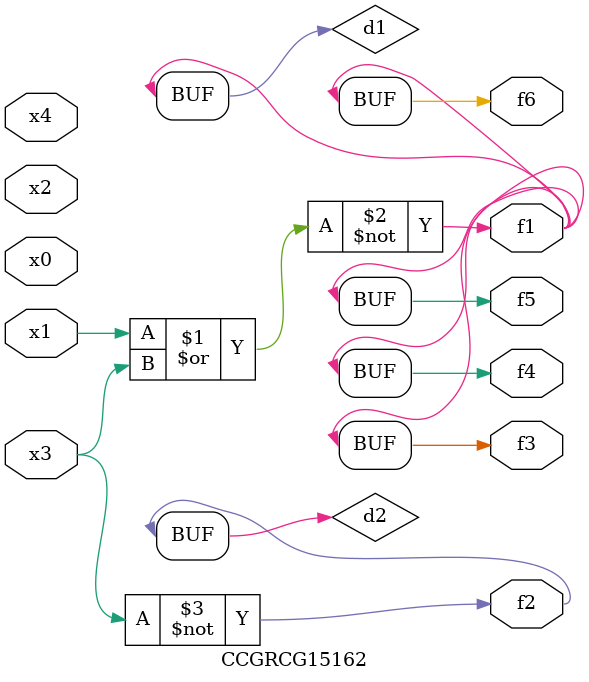
<source format=v>
module CCGRCG15162(
	input x0, x1, x2, x3, x4,
	output f1, f2, f3, f4, f5, f6
);

	wire d1, d2;

	nor (d1, x1, x3);
	not (d2, x3);
	assign f1 = d1;
	assign f2 = d2;
	assign f3 = d1;
	assign f4 = d1;
	assign f5 = d1;
	assign f6 = d1;
endmodule

</source>
